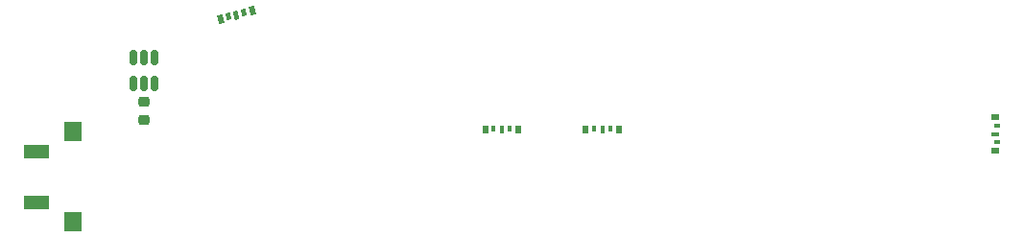
<source format=gbp>
%TF.GenerationSoftware,KiCad,Pcbnew,8.0.5*%
%TF.CreationDate,2025-03-05T17:25:15-08:00*%
%TF.ProjectId,portal-gun,706f7274-616c-42d6-9775-6e2e6b696361,rev?*%
%TF.SameCoordinates,Original*%
%TF.FileFunction,Paste,Bot*%
%TF.FilePolarity,Positive*%
%FSLAX46Y46*%
G04 Gerber Fmt 4.6, Leading zero omitted, Abs format (unit mm)*
G04 Created by KiCad (PCBNEW 8.0.5) date 2025-03-05 17:25:15*
%MOMM*%
%LPD*%
G01*
G04 APERTURE LIST*
G04 Aperture macros list*
%AMRoundRect*
0 Rectangle with rounded corners*
0 $1 Rounding radius*
0 $2 $3 $4 $5 $6 $7 $8 $9 X,Y pos of 4 corners*
0 Add a 4 corners polygon primitive as box body*
4,1,4,$2,$3,$4,$5,$6,$7,$8,$9,$2,$3,0*
0 Add four circle primitives for the rounded corners*
1,1,$1+$1,$2,$3*
1,1,$1+$1,$4,$5*
1,1,$1+$1,$6,$7*
1,1,$1+$1,$8,$9*
0 Add four rect primitives between the rounded corners*
20,1,$1+$1,$2,$3,$4,$5,0*
20,1,$1+$1,$4,$5,$6,$7,0*
20,1,$1+$1,$6,$7,$8,$9,0*
20,1,$1+$1,$8,$9,$2,$3,0*%
%AMRotRect*
0 Rectangle, with rotation*
0 The origin of the aperture is its center*
0 $1 length*
0 $2 width*
0 $3 Rotation angle, in degrees counterclockwise*
0 Add horizontal line*
21,1,$1,$2,0,0,$3*%
G04 Aperture macros list end*
%ADD10R,2.200000X1.200000*%
%ADD11R,1.510000X1.800000*%
%ADD12RoundRect,0.225000X-0.250000X0.225000X-0.250000X-0.225000X0.250000X-0.225000X0.250000X0.225000X0*%
%ADD13R,0.800000X0.500000*%
%ADD14R,0.600000X0.400000*%
%ADD15R,0.800000X0.400000*%
%ADD16R,0.500000X0.800000*%
%ADD17R,0.400000X0.600000*%
%ADD18R,0.400000X0.800000*%
%ADD19RotRect,0.500000X0.800000X195.000000*%
%ADD20RotRect,0.400000X0.600000X195.000000*%
%ADD21RotRect,0.400000X0.800000X195.000000*%
%ADD22RoundRect,0.150000X-0.150000X0.512500X-0.150000X-0.512500X0.150000X-0.512500X0.150000X0.512500X0*%
G04 APERTURE END LIST*
D10*
%TO.C,SW1*%
X111050000Y-87775000D03*
X111050000Y-83275000D03*
D11*
X114250000Y-89525000D03*
X114250000Y-81525000D03*
%TD*%
D12*
%TO.C,C1*%
X120500000Y-80475000D03*
X120500000Y-78925000D03*
%TD*%
D13*
%TO.C,U5*%
X195625000Y-80300000D03*
D14*
X195725000Y-81050000D03*
D15*
X195625000Y-81750000D03*
D14*
X195725000Y-82450000D03*
D13*
X195625000Y-83200000D03*
%TD*%
D16*
%TO.C,U4*%
X159482000Y-81342643D03*
D17*
X160232000Y-81242643D03*
D18*
X160932000Y-81342643D03*
D17*
X161632000Y-81242643D03*
D16*
X162382000Y-81342643D03*
%TD*%
%TO.C,U3*%
X150607000Y-81392643D03*
D17*
X151357000Y-81292643D03*
D18*
X152057000Y-81392643D03*
D17*
X152757000Y-81292643D03*
D16*
X153507000Y-81392643D03*
%TD*%
D19*
%TO.C,U2*%
X127244349Y-71641227D03*
D20*
X127942911Y-71350520D03*
D21*
X128644941Y-71265939D03*
D20*
X129295207Y-70988173D03*
D19*
X130045533Y-70890652D03*
%TD*%
D22*
%TO.C,U1*%
X119550000Y-74987500D03*
X120500000Y-74987500D03*
X121450000Y-74987500D03*
X121450000Y-77262500D03*
X120500000Y-77262500D03*
X119550000Y-77262500D03*
%TD*%
M02*

</source>
